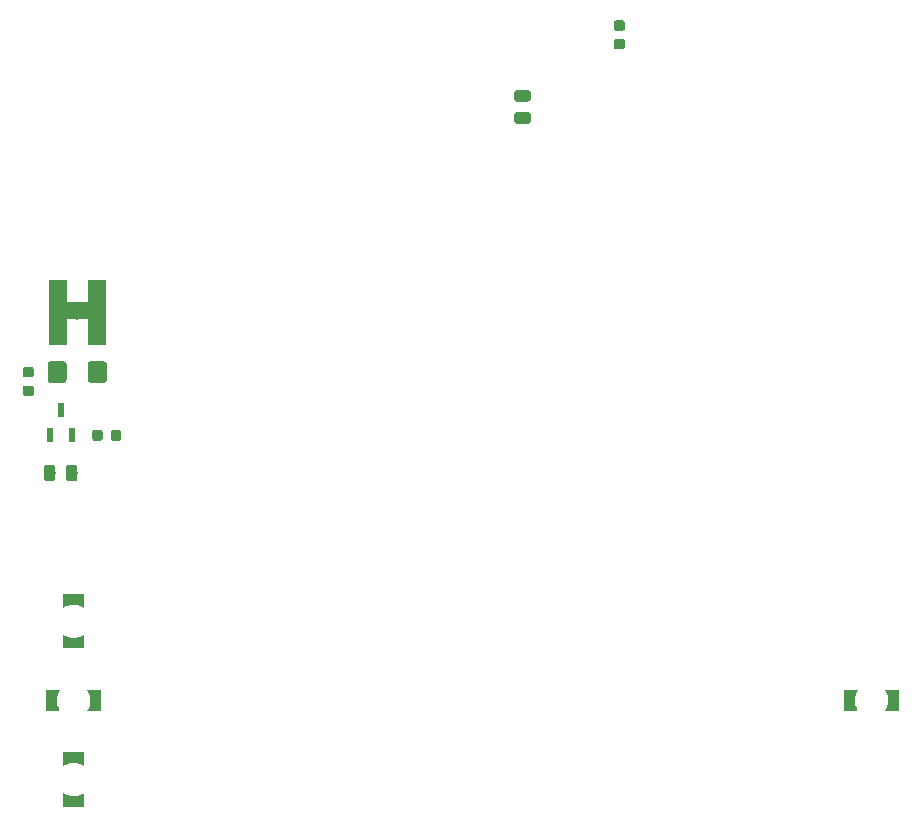
<source format=gbr>
G04 #@! TF.GenerationSoftware,KiCad,Pcbnew,5.1.4-e60b266~84~ubuntu18.04.1*
G04 #@! TF.CreationDate,2019-11-16T17:22:57+03:00*
G04 #@! TF.ProjectId,Dreamstalker-PRO-v1,44726561-6d73-4746-916c-6b65722d5052,v1.0*
G04 #@! TF.SameCoordinates,Original*
G04 #@! TF.FileFunction,Paste,Top*
G04 #@! TF.FilePolarity,Positive*
%FSLAX46Y46*%
G04 Gerber Fmt 4.6, Leading zero omitted, Abs format (unit mm)*
G04 Created by KiCad (PCBNEW 5.1.4-e60b266~84~ubuntu18.04.1) date 2019-11-16 17:22:57*
%MOMM*%
%LPD*%
G04 APERTURE LIST*
%ADD10C,0.100000*%
%ADD11C,0.875000*%
%ADD12C,1.500000*%
%ADD13C,1.600000*%
%ADD14C,0.700000*%
%ADD15C,0.975000*%
%ADD16R,0.600000X1.300000*%
G04 APERTURE END LIST*
D10*
G36*
X91627691Y-83701053D02*
G01*
X91648926Y-83704203D01*
X91669750Y-83709419D01*
X91689962Y-83716651D01*
X91709368Y-83725830D01*
X91727781Y-83736866D01*
X91745024Y-83749654D01*
X91760930Y-83764070D01*
X91775346Y-83779976D01*
X91788134Y-83797219D01*
X91799170Y-83815632D01*
X91808349Y-83835038D01*
X91815581Y-83855250D01*
X91820797Y-83876074D01*
X91823947Y-83897309D01*
X91825000Y-83918750D01*
X91825000Y-84356250D01*
X91823947Y-84377691D01*
X91820797Y-84398926D01*
X91815581Y-84419750D01*
X91808349Y-84439962D01*
X91799170Y-84459368D01*
X91788134Y-84477781D01*
X91775346Y-84495024D01*
X91760930Y-84510930D01*
X91745024Y-84525346D01*
X91727781Y-84538134D01*
X91709368Y-84549170D01*
X91689962Y-84558349D01*
X91669750Y-84565581D01*
X91648926Y-84570797D01*
X91627691Y-84573947D01*
X91606250Y-84575000D01*
X91093750Y-84575000D01*
X91072309Y-84573947D01*
X91051074Y-84570797D01*
X91030250Y-84565581D01*
X91010038Y-84558349D01*
X90990632Y-84549170D01*
X90972219Y-84538134D01*
X90954976Y-84525346D01*
X90939070Y-84510930D01*
X90924654Y-84495024D01*
X90911866Y-84477781D01*
X90900830Y-84459368D01*
X90891651Y-84439962D01*
X90884419Y-84419750D01*
X90879203Y-84398926D01*
X90876053Y-84377691D01*
X90875000Y-84356250D01*
X90875000Y-83918750D01*
X90876053Y-83897309D01*
X90879203Y-83876074D01*
X90884419Y-83855250D01*
X90891651Y-83835038D01*
X90900830Y-83815632D01*
X90911866Y-83797219D01*
X90924654Y-83779976D01*
X90939070Y-83764070D01*
X90954976Y-83749654D01*
X90972219Y-83736866D01*
X90990632Y-83725830D01*
X91010038Y-83716651D01*
X91030250Y-83709419D01*
X91051074Y-83704203D01*
X91072309Y-83701053D01*
X91093750Y-83700000D01*
X91606250Y-83700000D01*
X91627691Y-83701053D01*
X91627691Y-83701053D01*
G37*
D11*
X91350000Y-84137500D03*
D10*
G36*
X91627691Y-82126053D02*
G01*
X91648926Y-82129203D01*
X91669750Y-82134419D01*
X91689962Y-82141651D01*
X91709368Y-82150830D01*
X91727781Y-82161866D01*
X91745024Y-82174654D01*
X91760930Y-82189070D01*
X91775346Y-82204976D01*
X91788134Y-82222219D01*
X91799170Y-82240632D01*
X91808349Y-82260038D01*
X91815581Y-82280250D01*
X91820797Y-82301074D01*
X91823947Y-82322309D01*
X91825000Y-82343750D01*
X91825000Y-82781250D01*
X91823947Y-82802691D01*
X91820797Y-82823926D01*
X91815581Y-82844750D01*
X91808349Y-82864962D01*
X91799170Y-82884368D01*
X91788134Y-82902781D01*
X91775346Y-82920024D01*
X91760930Y-82935930D01*
X91745024Y-82950346D01*
X91727781Y-82963134D01*
X91709368Y-82974170D01*
X91689962Y-82983349D01*
X91669750Y-82990581D01*
X91648926Y-82995797D01*
X91627691Y-82998947D01*
X91606250Y-83000000D01*
X91093750Y-83000000D01*
X91072309Y-82998947D01*
X91051074Y-82995797D01*
X91030250Y-82990581D01*
X91010038Y-82983349D01*
X90990632Y-82974170D01*
X90972219Y-82963134D01*
X90954976Y-82950346D01*
X90939070Y-82935930D01*
X90924654Y-82920024D01*
X90911866Y-82902781D01*
X90900830Y-82884368D01*
X90891651Y-82864962D01*
X90884419Y-82844750D01*
X90879203Y-82823926D01*
X90876053Y-82802691D01*
X90875000Y-82781250D01*
X90875000Y-82343750D01*
X90876053Y-82322309D01*
X90879203Y-82301074D01*
X90884419Y-82280250D01*
X90891651Y-82260038D01*
X90900830Y-82240632D01*
X90911866Y-82222219D01*
X90924654Y-82204976D01*
X90939070Y-82189070D01*
X90954976Y-82174654D01*
X90972219Y-82161866D01*
X90990632Y-82150830D01*
X91010038Y-82141651D01*
X91030250Y-82134419D01*
X91051074Y-82129203D01*
X91072309Y-82126053D01*
X91093750Y-82125000D01*
X91606250Y-82125000D01*
X91627691Y-82126053D01*
X91627691Y-82126053D01*
G37*
D11*
X91350000Y-82562500D03*
D12*
X95500000Y-77350000D03*
D10*
G36*
X93095096Y-74799025D02*
G01*
X93095381Y-74798087D01*
X93095843Y-74797222D01*
X93096464Y-74796464D01*
X93097222Y-74795843D01*
X93098087Y-74795381D01*
X93099025Y-74795096D01*
X93100000Y-74795000D01*
X94600000Y-74795000D01*
X94600975Y-74795096D01*
X94601913Y-74795381D01*
X94602778Y-74795843D01*
X94603536Y-74796464D01*
X94604157Y-74797222D01*
X94604619Y-74798087D01*
X94604904Y-74799025D01*
X94605000Y-74800000D01*
X94605000Y-76600000D01*
X96395000Y-76600000D01*
X96395000Y-74800000D01*
X96395096Y-74799025D01*
X96395381Y-74798087D01*
X96395843Y-74797222D01*
X96396464Y-74796464D01*
X96397222Y-74795843D01*
X96398087Y-74795381D01*
X96399025Y-74795096D01*
X96400000Y-74795000D01*
X97900000Y-74795000D01*
X97900975Y-74795096D01*
X97901913Y-74795381D01*
X97902778Y-74795843D01*
X97903536Y-74796464D01*
X97904157Y-74797222D01*
X97904619Y-74798087D01*
X97904904Y-74799025D01*
X97905000Y-74800000D01*
X97905000Y-80300000D01*
X97904904Y-80300975D01*
X97904619Y-80301913D01*
X97904157Y-80302778D01*
X97903536Y-80303536D01*
X97902778Y-80304157D01*
X97901913Y-80304619D01*
X97900975Y-80304904D01*
X97900000Y-80305000D01*
X96400000Y-80305000D01*
X96399025Y-80304904D01*
X96398087Y-80304619D01*
X96397222Y-80304157D01*
X96396464Y-80303536D01*
X96395843Y-80302778D01*
X96395381Y-80301913D01*
X96395096Y-80300975D01*
X96395000Y-80300000D01*
X96395000Y-78100000D01*
X94605000Y-78100000D01*
X94605000Y-80300000D01*
X94604904Y-80300975D01*
X94604619Y-80301913D01*
X94604157Y-80302778D01*
X94603536Y-80303536D01*
X94602778Y-80304157D01*
X94601913Y-80304619D01*
X94600975Y-80304904D01*
X94600000Y-80305000D01*
X93100000Y-80305000D01*
X93099025Y-80304904D01*
X93098087Y-80304619D01*
X93097222Y-80304157D01*
X93096464Y-80303536D01*
X93095843Y-80302778D01*
X93095381Y-80301913D01*
X93095096Y-80300975D01*
X93095000Y-80300000D01*
X93095000Y-74800000D01*
X93095096Y-74799025D01*
X93095096Y-74799025D01*
G37*
G36*
X94383524Y-81651156D02*
G01*
X94406822Y-81654612D01*
X94429668Y-81660334D01*
X94451844Y-81668269D01*
X94473135Y-81678339D01*
X94493337Y-81690447D01*
X94512254Y-81704477D01*
X94529706Y-81720294D01*
X94545523Y-81737746D01*
X94559553Y-81756663D01*
X94571661Y-81776865D01*
X94581731Y-81798156D01*
X94589666Y-81820332D01*
X94595388Y-81843178D01*
X94598844Y-81866476D01*
X94600000Y-81890000D01*
X94600000Y-83210000D01*
X94598844Y-83233524D01*
X94595388Y-83256822D01*
X94589666Y-83279668D01*
X94581731Y-83301844D01*
X94571661Y-83323135D01*
X94559553Y-83343337D01*
X94545523Y-83362254D01*
X94529706Y-83379706D01*
X94512254Y-83395523D01*
X94493337Y-83409553D01*
X94473135Y-83421661D01*
X94451844Y-83431731D01*
X94429668Y-83439666D01*
X94406822Y-83445388D01*
X94383524Y-83448844D01*
X94360000Y-83450000D01*
X93240000Y-83450000D01*
X93216476Y-83448844D01*
X93193178Y-83445388D01*
X93170332Y-83439666D01*
X93148156Y-83431731D01*
X93126865Y-83421661D01*
X93106663Y-83409553D01*
X93087746Y-83395523D01*
X93070294Y-83379706D01*
X93054477Y-83362254D01*
X93040447Y-83343337D01*
X93028339Y-83323135D01*
X93018269Y-83301844D01*
X93010334Y-83279668D01*
X93004612Y-83256822D01*
X93001156Y-83233524D01*
X93000000Y-83210000D01*
X93000000Y-81890000D01*
X93001156Y-81866476D01*
X93004612Y-81843178D01*
X93010334Y-81820332D01*
X93018269Y-81798156D01*
X93028339Y-81776865D01*
X93040447Y-81756663D01*
X93054477Y-81737746D01*
X93070294Y-81720294D01*
X93087746Y-81704477D01*
X93106663Y-81690447D01*
X93126865Y-81678339D01*
X93148156Y-81668269D01*
X93170332Y-81660334D01*
X93193178Y-81654612D01*
X93216476Y-81651156D01*
X93240000Y-81650000D01*
X94360000Y-81650000D01*
X94383524Y-81651156D01*
X94383524Y-81651156D01*
G37*
D13*
X93800000Y-82550000D03*
D10*
G36*
X97783524Y-81651156D02*
G01*
X97806822Y-81654612D01*
X97829668Y-81660334D01*
X97851844Y-81668269D01*
X97873135Y-81678339D01*
X97893337Y-81690447D01*
X97912254Y-81704477D01*
X97929706Y-81720294D01*
X97945523Y-81737746D01*
X97959553Y-81756663D01*
X97971661Y-81776865D01*
X97981731Y-81798156D01*
X97989666Y-81820332D01*
X97995388Y-81843178D01*
X97998844Y-81866476D01*
X98000000Y-81890000D01*
X98000000Y-83210000D01*
X97998844Y-83233524D01*
X97995388Y-83256822D01*
X97989666Y-83279668D01*
X97981731Y-83301844D01*
X97971661Y-83323135D01*
X97959553Y-83343337D01*
X97945523Y-83362254D01*
X97929706Y-83379706D01*
X97912254Y-83395523D01*
X97893337Y-83409553D01*
X97873135Y-83421661D01*
X97851844Y-83431731D01*
X97829668Y-83439666D01*
X97806822Y-83445388D01*
X97783524Y-83448844D01*
X97760000Y-83450000D01*
X96640000Y-83450000D01*
X96616476Y-83448844D01*
X96593178Y-83445388D01*
X96570332Y-83439666D01*
X96548156Y-83431731D01*
X96526865Y-83421661D01*
X96506663Y-83409553D01*
X96487746Y-83395523D01*
X96470294Y-83379706D01*
X96454477Y-83362254D01*
X96440447Y-83343337D01*
X96428339Y-83323135D01*
X96418269Y-83301844D01*
X96410334Y-83279668D01*
X96404612Y-83256822D01*
X96401156Y-83233524D01*
X96400000Y-83210000D01*
X96400000Y-81890000D01*
X96401156Y-81866476D01*
X96404612Y-81843178D01*
X96410334Y-81820332D01*
X96418269Y-81798156D01*
X96428339Y-81776865D01*
X96440447Y-81756663D01*
X96454477Y-81737746D01*
X96470294Y-81720294D01*
X96487746Y-81704477D01*
X96506663Y-81690447D01*
X96526865Y-81678339D01*
X96548156Y-81668269D01*
X96570332Y-81660334D01*
X96593178Y-81654612D01*
X96616476Y-81651156D01*
X96640000Y-81650000D01*
X97760000Y-81650000D01*
X97783524Y-81651156D01*
X97783524Y-81651156D01*
G37*
D13*
X97200000Y-82550000D03*
D14*
X95200000Y-118870000D03*
D10*
G36*
X94295096Y-118169025D02*
G01*
X94295381Y-118168087D01*
X94295843Y-118167222D01*
X94296464Y-118166464D01*
X94297222Y-118165843D01*
X94298087Y-118165381D01*
X94299025Y-118165096D01*
X94300000Y-118165000D01*
X94300975Y-118165096D01*
X94301913Y-118165381D01*
X94302906Y-118165931D01*
X94372752Y-118215821D01*
X94422502Y-118245671D01*
X94492362Y-118285591D01*
X94552052Y-118315436D01*
X94601857Y-118335358D01*
X94601970Y-118335404D01*
X94671788Y-118365326D01*
X94761437Y-118395209D01*
X94871115Y-118425121D01*
X94980758Y-118445056D01*
X95060500Y-118455024D01*
X95190000Y-118464986D01*
X95319591Y-118455017D01*
X95429243Y-118445049D01*
X95568782Y-118415147D01*
X95708306Y-118375284D01*
X95867804Y-118305503D01*
X95977405Y-118245720D01*
X96097226Y-118165840D01*
X96098091Y-118165379D01*
X96099030Y-118165095D01*
X96100005Y-118165000D01*
X96100981Y-118165097D01*
X96101918Y-118165383D01*
X96102782Y-118165846D01*
X96103539Y-118166468D01*
X96104160Y-118167226D01*
X96104621Y-118168091D01*
X96104905Y-118169030D01*
X96105000Y-118170000D01*
X96105000Y-119350000D01*
X96104904Y-119350975D01*
X96104619Y-119351913D01*
X96104157Y-119352778D01*
X96103536Y-119353536D01*
X96102778Y-119354157D01*
X96101913Y-119354619D01*
X96100975Y-119354904D01*
X96100000Y-119355000D01*
X94300000Y-119355000D01*
X94299025Y-119354904D01*
X94298087Y-119354619D01*
X94297222Y-119354157D01*
X94296464Y-119353536D01*
X94295843Y-119352778D01*
X94295381Y-119351913D01*
X94295096Y-119350975D01*
X94295000Y-119350000D01*
X94295000Y-118170000D01*
X94295096Y-118169025D01*
X94295096Y-118169025D01*
G37*
D14*
X95200000Y-115230000D03*
D10*
G36*
X94295096Y-114749025D02*
G01*
X94295381Y-114748087D01*
X94295843Y-114747222D01*
X94296464Y-114746464D01*
X94297222Y-114745843D01*
X94298087Y-114745381D01*
X94299025Y-114745096D01*
X94300000Y-114745000D01*
X96100000Y-114745000D01*
X96100975Y-114745096D01*
X96101913Y-114745381D01*
X96102778Y-114745843D01*
X96103536Y-114746464D01*
X96104157Y-114747222D01*
X96104619Y-114748087D01*
X96104904Y-114749025D01*
X96105000Y-114750000D01*
X96105000Y-115930000D01*
X96104904Y-115930975D01*
X96104619Y-115931913D01*
X96104157Y-115932778D01*
X96103536Y-115933536D01*
X96102778Y-115934157D01*
X96101913Y-115934619D01*
X96100975Y-115934904D01*
X96100000Y-115935000D01*
X96099025Y-115934904D01*
X96098087Y-115934619D01*
X96097094Y-115934069D01*
X96027248Y-115884179D01*
X95977498Y-115854329D01*
X95907638Y-115814409D01*
X95847948Y-115784564D01*
X95798143Y-115764642D01*
X95798030Y-115764596D01*
X95728212Y-115734674D01*
X95638563Y-115704791D01*
X95528885Y-115674879D01*
X95419242Y-115654944D01*
X95339500Y-115644976D01*
X95210000Y-115635014D01*
X95080383Y-115644985D01*
X94970757Y-115654951D01*
X94831218Y-115684853D01*
X94691694Y-115724716D01*
X94532196Y-115794497D01*
X94422595Y-115854280D01*
X94302774Y-115934160D01*
X94301909Y-115934621D01*
X94300970Y-115934905D01*
X94299995Y-115935000D01*
X94299019Y-115934903D01*
X94298082Y-115934617D01*
X94297218Y-115934154D01*
X94296461Y-115933532D01*
X94295840Y-115932774D01*
X94295379Y-115931909D01*
X94295095Y-115930970D01*
X94295000Y-115930000D01*
X94295000Y-114750000D01*
X94295096Y-114749025D01*
X94295096Y-114749025D01*
G37*
D14*
X95200000Y-105470000D03*
D10*
G36*
X96104904Y-105950975D02*
G01*
X96104619Y-105951913D01*
X96104157Y-105952778D01*
X96103536Y-105953536D01*
X96102778Y-105954157D01*
X96101913Y-105954619D01*
X96100975Y-105954904D01*
X96100000Y-105955000D01*
X94300000Y-105955000D01*
X94299025Y-105954904D01*
X94298087Y-105954619D01*
X94297222Y-105954157D01*
X94296464Y-105953536D01*
X94295843Y-105952778D01*
X94295381Y-105951913D01*
X94295096Y-105950975D01*
X94295000Y-105950000D01*
X94295000Y-104770000D01*
X94295096Y-104769025D01*
X94295381Y-104768087D01*
X94295843Y-104767222D01*
X94296464Y-104766464D01*
X94297222Y-104765843D01*
X94298087Y-104765381D01*
X94299025Y-104765096D01*
X94300000Y-104765000D01*
X94300975Y-104765096D01*
X94301913Y-104765381D01*
X94302906Y-104765931D01*
X94372752Y-104815821D01*
X94422502Y-104845671D01*
X94492362Y-104885591D01*
X94552052Y-104915436D01*
X94601857Y-104935358D01*
X94601970Y-104935404D01*
X94671788Y-104965326D01*
X94761437Y-104995209D01*
X94871115Y-105025121D01*
X94980758Y-105045056D01*
X95060500Y-105055024D01*
X95190000Y-105064986D01*
X95319617Y-105055015D01*
X95429243Y-105045049D01*
X95568782Y-105015147D01*
X95708306Y-104975284D01*
X95867804Y-104905503D01*
X95977405Y-104845720D01*
X96097226Y-104765840D01*
X96098091Y-104765379D01*
X96099030Y-104765095D01*
X96100005Y-104765000D01*
X96100981Y-104765097D01*
X96101918Y-104765383D01*
X96102782Y-104765846D01*
X96103539Y-104766468D01*
X96104160Y-104767226D01*
X96104621Y-104768091D01*
X96104905Y-104769030D01*
X96105000Y-104770000D01*
X96105000Y-105950000D01*
X96104904Y-105950975D01*
X96104904Y-105950975D01*
G37*
D14*
X95200000Y-101830000D03*
D10*
G36*
X96104904Y-102530975D02*
G01*
X96104619Y-102531913D01*
X96104157Y-102532778D01*
X96103536Y-102533536D01*
X96102778Y-102534157D01*
X96101913Y-102534619D01*
X96100975Y-102534904D01*
X96100000Y-102535000D01*
X96099025Y-102534904D01*
X96098087Y-102534619D01*
X96097094Y-102534069D01*
X96027248Y-102484179D01*
X95977498Y-102454329D01*
X95907638Y-102414409D01*
X95847948Y-102384564D01*
X95798143Y-102364642D01*
X95798030Y-102364596D01*
X95728212Y-102334674D01*
X95638563Y-102304791D01*
X95528885Y-102274879D01*
X95419242Y-102254944D01*
X95339500Y-102244976D01*
X95210000Y-102235014D01*
X95080409Y-102244983D01*
X94970757Y-102254951D01*
X94831218Y-102284853D01*
X94691694Y-102324716D01*
X94532196Y-102394497D01*
X94422595Y-102454280D01*
X94302774Y-102534160D01*
X94301909Y-102534621D01*
X94300970Y-102534905D01*
X94299995Y-102535000D01*
X94299019Y-102534903D01*
X94298082Y-102534617D01*
X94297218Y-102534154D01*
X94296461Y-102533532D01*
X94295840Y-102532774D01*
X94295379Y-102531909D01*
X94295095Y-102530970D01*
X94295000Y-102530000D01*
X94295000Y-101350000D01*
X94295096Y-101349025D01*
X94295381Y-101348087D01*
X94295843Y-101347222D01*
X94296464Y-101346464D01*
X94297222Y-101345843D01*
X94298087Y-101345381D01*
X94299025Y-101345096D01*
X94300000Y-101345000D01*
X96100000Y-101345000D01*
X96100975Y-101345096D01*
X96101913Y-101345381D01*
X96102778Y-101345843D01*
X96103536Y-101346464D01*
X96104157Y-101347222D01*
X96104619Y-101348087D01*
X96104904Y-101349025D01*
X96105000Y-101350000D01*
X96105000Y-102530000D01*
X96104904Y-102530975D01*
X96104904Y-102530975D01*
G37*
D14*
X93380000Y-110350000D03*
D10*
G36*
X92899025Y-111254904D02*
G01*
X92898087Y-111254619D01*
X92897222Y-111254157D01*
X92896464Y-111253536D01*
X92895843Y-111252778D01*
X92895381Y-111251913D01*
X92895096Y-111250975D01*
X92895000Y-111250000D01*
X92895000Y-109450000D01*
X92895096Y-109449025D01*
X92895381Y-109448087D01*
X92895843Y-109447222D01*
X92896464Y-109446464D01*
X92897222Y-109445843D01*
X92898087Y-109445381D01*
X92899025Y-109445096D01*
X92900000Y-109445000D01*
X94080000Y-109445000D01*
X94080975Y-109445096D01*
X94081913Y-109445381D01*
X94082778Y-109445843D01*
X94083536Y-109446464D01*
X94084157Y-109447222D01*
X94084619Y-109448087D01*
X94084904Y-109449025D01*
X94085000Y-109450000D01*
X94084904Y-109450975D01*
X94084619Y-109451913D01*
X94084069Y-109452906D01*
X94034179Y-109522752D01*
X94004329Y-109572502D01*
X93964409Y-109642362D01*
X93934564Y-109702052D01*
X93914642Y-109751857D01*
X93914596Y-109751970D01*
X93884674Y-109821788D01*
X93854791Y-109911437D01*
X93824879Y-110021115D01*
X93804944Y-110130758D01*
X93794976Y-110210500D01*
X93785014Y-110340000D01*
X93794985Y-110469617D01*
X93804951Y-110579243D01*
X93834853Y-110718782D01*
X93874716Y-110858306D01*
X93944497Y-111017804D01*
X94004280Y-111127405D01*
X94084160Y-111247226D01*
X94084621Y-111248091D01*
X94084905Y-111249030D01*
X94085000Y-111250005D01*
X94084903Y-111250981D01*
X94084617Y-111251918D01*
X94084154Y-111252782D01*
X94083532Y-111253539D01*
X94082774Y-111254160D01*
X94081909Y-111254621D01*
X94080970Y-111254905D01*
X94080000Y-111255000D01*
X92900000Y-111255000D01*
X92899025Y-111254904D01*
X92899025Y-111254904D01*
G37*
D14*
X97020000Y-110350000D03*
D10*
G36*
X96319025Y-111254904D02*
G01*
X96318087Y-111254619D01*
X96317222Y-111254157D01*
X96316464Y-111253536D01*
X96315843Y-111252778D01*
X96315381Y-111251913D01*
X96315096Y-111250975D01*
X96315000Y-111250000D01*
X96315096Y-111249025D01*
X96315381Y-111248087D01*
X96315931Y-111247094D01*
X96365821Y-111177248D01*
X96395671Y-111127498D01*
X96435591Y-111057638D01*
X96465436Y-110997948D01*
X96485358Y-110948143D01*
X96485404Y-110948030D01*
X96515326Y-110878212D01*
X96545209Y-110788563D01*
X96575121Y-110678885D01*
X96595056Y-110569242D01*
X96605024Y-110489500D01*
X96614986Y-110360000D01*
X96605017Y-110230409D01*
X96595049Y-110120757D01*
X96565147Y-109981218D01*
X96525284Y-109841694D01*
X96455503Y-109682196D01*
X96395720Y-109572595D01*
X96315840Y-109452774D01*
X96315379Y-109451909D01*
X96315095Y-109450970D01*
X96315000Y-109449995D01*
X96315097Y-109449019D01*
X96315383Y-109448082D01*
X96315846Y-109447218D01*
X96316468Y-109446461D01*
X96317226Y-109445840D01*
X96318091Y-109445379D01*
X96319030Y-109445095D01*
X96320000Y-109445000D01*
X97500000Y-109445000D01*
X97500975Y-109445096D01*
X97501913Y-109445381D01*
X97502778Y-109445843D01*
X97503536Y-109446464D01*
X97504157Y-109447222D01*
X97504619Y-109448087D01*
X97504904Y-109449025D01*
X97505000Y-109450000D01*
X97505000Y-111250000D01*
X97504904Y-111250975D01*
X97504619Y-111251913D01*
X97504157Y-111252778D01*
X97503536Y-111253536D01*
X97502778Y-111254157D01*
X97501913Y-111254619D01*
X97500975Y-111254904D01*
X97500000Y-111255000D01*
X96320000Y-111255000D01*
X96319025Y-111254904D01*
X96319025Y-111254904D01*
G37*
D14*
X164570000Y-110350000D03*
D10*
G36*
X165050975Y-109445096D02*
G01*
X165051913Y-109445381D01*
X165052778Y-109445843D01*
X165053536Y-109446464D01*
X165054157Y-109447222D01*
X165054619Y-109448087D01*
X165054904Y-109449025D01*
X165055000Y-109450000D01*
X165055000Y-111250000D01*
X165054904Y-111250975D01*
X165054619Y-111251913D01*
X165054157Y-111252778D01*
X165053536Y-111253536D01*
X165052778Y-111254157D01*
X165051913Y-111254619D01*
X165050975Y-111254904D01*
X165050000Y-111255000D01*
X163870000Y-111255000D01*
X163869025Y-111254904D01*
X163868087Y-111254619D01*
X163867222Y-111254157D01*
X163866464Y-111253536D01*
X163865843Y-111252778D01*
X163865381Y-111251913D01*
X163865096Y-111250975D01*
X163865000Y-111250000D01*
X163865096Y-111249025D01*
X163865381Y-111248087D01*
X163865931Y-111247094D01*
X163915821Y-111177248D01*
X163945671Y-111127498D01*
X163985591Y-111057638D01*
X164015436Y-110997948D01*
X164035358Y-110948143D01*
X164035404Y-110948030D01*
X164065326Y-110878212D01*
X164095209Y-110788563D01*
X164125121Y-110678885D01*
X164145056Y-110569242D01*
X164155024Y-110489500D01*
X164164986Y-110360000D01*
X164155015Y-110230383D01*
X164145049Y-110120757D01*
X164115147Y-109981218D01*
X164075284Y-109841694D01*
X164005503Y-109682196D01*
X163945720Y-109572595D01*
X163865840Y-109452774D01*
X163865379Y-109451909D01*
X163865095Y-109450970D01*
X163865000Y-109449995D01*
X163865097Y-109449019D01*
X163865383Y-109448082D01*
X163865846Y-109447218D01*
X163866468Y-109446461D01*
X163867226Y-109445840D01*
X163868091Y-109445379D01*
X163869030Y-109445095D01*
X163870000Y-109445000D01*
X165050000Y-109445000D01*
X165050975Y-109445096D01*
X165050975Y-109445096D01*
G37*
D14*
X160930000Y-110350000D03*
D10*
G36*
X161630975Y-109445096D02*
G01*
X161631913Y-109445381D01*
X161632778Y-109445843D01*
X161633536Y-109446464D01*
X161634157Y-109447222D01*
X161634619Y-109448087D01*
X161634904Y-109449025D01*
X161635000Y-109450000D01*
X161634904Y-109450975D01*
X161634619Y-109451913D01*
X161634069Y-109452906D01*
X161584179Y-109522752D01*
X161554329Y-109572502D01*
X161514409Y-109642362D01*
X161484564Y-109702052D01*
X161464642Y-109751857D01*
X161464596Y-109751970D01*
X161434674Y-109821788D01*
X161404791Y-109911437D01*
X161374879Y-110021115D01*
X161354944Y-110130758D01*
X161344976Y-110210500D01*
X161335014Y-110340000D01*
X161344983Y-110469591D01*
X161354951Y-110579243D01*
X161384853Y-110718782D01*
X161424716Y-110858306D01*
X161494497Y-111017804D01*
X161554280Y-111127405D01*
X161634160Y-111247226D01*
X161634621Y-111248091D01*
X161634905Y-111249030D01*
X161635000Y-111250005D01*
X161634903Y-111250981D01*
X161634617Y-111251918D01*
X161634154Y-111252782D01*
X161633532Y-111253539D01*
X161632774Y-111254160D01*
X161631909Y-111254621D01*
X161630970Y-111254905D01*
X161630000Y-111255000D01*
X160450000Y-111255000D01*
X160449025Y-111254904D01*
X160448087Y-111254619D01*
X160447222Y-111254157D01*
X160446464Y-111253536D01*
X160445843Y-111252778D01*
X160445381Y-111251913D01*
X160445096Y-111250975D01*
X160445000Y-111250000D01*
X160445000Y-109450000D01*
X160445096Y-109449025D01*
X160445381Y-109448087D01*
X160445843Y-109447222D01*
X160446464Y-109446464D01*
X160447222Y-109445843D01*
X160448087Y-109445381D01*
X160449025Y-109445096D01*
X160450000Y-109445000D01*
X161630000Y-109445000D01*
X161630975Y-109445096D01*
X161630975Y-109445096D01*
G37*
G36*
X141677691Y-54351053D02*
G01*
X141698926Y-54354203D01*
X141719750Y-54359419D01*
X141739962Y-54366651D01*
X141759368Y-54375830D01*
X141777781Y-54386866D01*
X141795024Y-54399654D01*
X141810930Y-54414070D01*
X141825346Y-54429976D01*
X141838134Y-54447219D01*
X141849170Y-54465632D01*
X141858349Y-54485038D01*
X141865581Y-54505250D01*
X141870797Y-54526074D01*
X141873947Y-54547309D01*
X141875000Y-54568750D01*
X141875000Y-55006250D01*
X141873947Y-55027691D01*
X141870797Y-55048926D01*
X141865581Y-55069750D01*
X141858349Y-55089962D01*
X141849170Y-55109368D01*
X141838134Y-55127781D01*
X141825346Y-55145024D01*
X141810930Y-55160930D01*
X141795024Y-55175346D01*
X141777781Y-55188134D01*
X141759368Y-55199170D01*
X141739962Y-55208349D01*
X141719750Y-55215581D01*
X141698926Y-55220797D01*
X141677691Y-55223947D01*
X141656250Y-55225000D01*
X141143750Y-55225000D01*
X141122309Y-55223947D01*
X141101074Y-55220797D01*
X141080250Y-55215581D01*
X141060038Y-55208349D01*
X141040632Y-55199170D01*
X141022219Y-55188134D01*
X141004976Y-55175346D01*
X140989070Y-55160930D01*
X140974654Y-55145024D01*
X140961866Y-55127781D01*
X140950830Y-55109368D01*
X140941651Y-55089962D01*
X140934419Y-55069750D01*
X140929203Y-55048926D01*
X140926053Y-55027691D01*
X140925000Y-55006250D01*
X140925000Y-54568750D01*
X140926053Y-54547309D01*
X140929203Y-54526074D01*
X140934419Y-54505250D01*
X140941651Y-54485038D01*
X140950830Y-54465632D01*
X140961866Y-54447219D01*
X140974654Y-54429976D01*
X140989070Y-54414070D01*
X141004976Y-54399654D01*
X141022219Y-54386866D01*
X141040632Y-54375830D01*
X141060038Y-54366651D01*
X141080250Y-54359419D01*
X141101074Y-54354203D01*
X141122309Y-54351053D01*
X141143750Y-54350000D01*
X141656250Y-54350000D01*
X141677691Y-54351053D01*
X141677691Y-54351053D01*
G37*
D11*
X141400000Y-54787500D03*
D10*
G36*
X141677691Y-52776053D02*
G01*
X141698926Y-52779203D01*
X141719750Y-52784419D01*
X141739962Y-52791651D01*
X141759368Y-52800830D01*
X141777781Y-52811866D01*
X141795024Y-52824654D01*
X141810930Y-52839070D01*
X141825346Y-52854976D01*
X141838134Y-52872219D01*
X141849170Y-52890632D01*
X141858349Y-52910038D01*
X141865581Y-52930250D01*
X141870797Y-52951074D01*
X141873947Y-52972309D01*
X141875000Y-52993750D01*
X141875000Y-53431250D01*
X141873947Y-53452691D01*
X141870797Y-53473926D01*
X141865581Y-53494750D01*
X141858349Y-53514962D01*
X141849170Y-53534368D01*
X141838134Y-53552781D01*
X141825346Y-53570024D01*
X141810930Y-53585930D01*
X141795024Y-53600346D01*
X141777781Y-53613134D01*
X141759368Y-53624170D01*
X141739962Y-53633349D01*
X141719750Y-53640581D01*
X141698926Y-53645797D01*
X141677691Y-53648947D01*
X141656250Y-53650000D01*
X141143750Y-53650000D01*
X141122309Y-53648947D01*
X141101074Y-53645797D01*
X141080250Y-53640581D01*
X141060038Y-53633349D01*
X141040632Y-53624170D01*
X141022219Y-53613134D01*
X141004976Y-53600346D01*
X140989070Y-53585930D01*
X140974654Y-53570024D01*
X140961866Y-53552781D01*
X140950830Y-53534368D01*
X140941651Y-53514962D01*
X140934419Y-53494750D01*
X140929203Y-53473926D01*
X140926053Y-53452691D01*
X140925000Y-53431250D01*
X140925000Y-52993750D01*
X140926053Y-52972309D01*
X140929203Y-52951074D01*
X140934419Y-52930250D01*
X140941651Y-52910038D01*
X140950830Y-52890632D01*
X140961866Y-52872219D01*
X140974654Y-52854976D01*
X140989070Y-52839070D01*
X141004976Y-52824654D01*
X141022219Y-52811866D01*
X141040632Y-52800830D01*
X141060038Y-52791651D01*
X141080250Y-52784419D01*
X141101074Y-52779203D01*
X141122309Y-52776053D01*
X141143750Y-52775000D01*
X141656250Y-52775000D01*
X141677691Y-52776053D01*
X141677691Y-52776053D01*
G37*
D11*
X141400000Y-53212500D03*
D10*
G36*
X95305142Y-90401174D02*
G01*
X95328803Y-90404684D01*
X95352007Y-90410496D01*
X95374529Y-90418554D01*
X95396153Y-90428782D01*
X95416670Y-90441079D01*
X95435883Y-90455329D01*
X95453607Y-90471393D01*
X95469671Y-90489117D01*
X95483921Y-90508330D01*
X95496218Y-90528847D01*
X95506446Y-90550471D01*
X95514504Y-90572993D01*
X95520316Y-90596197D01*
X95523826Y-90619858D01*
X95525000Y-90643750D01*
X95525000Y-91556250D01*
X95523826Y-91580142D01*
X95520316Y-91603803D01*
X95514504Y-91627007D01*
X95506446Y-91649529D01*
X95496218Y-91671153D01*
X95483921Y-91691670D01*
X95469671Y-91710883D01*
X95453607Y-91728607D01*
X95435883Y-91744671D01*
X95416670Y-91758921D01*
X95396153Y-91771218D01*
X95374529Y-91781446D01*
X95352007Y-91789504D01*
X95328803Y-91795316D01*
X95305142Y-91798826D01*
X95281250Y-91800000D01*
X94793750Y-91800000D01*
X94769858Y-91798826D01*
X94746197Y-91795316D01*
X94722993Y-91789504D01*
X94700471Y-91781446D01*
X94678847Y-91771218D01*
X94658330Y-91758921D01*
X94639117Y-91744671D01*
X94621393Y-91728607D01*
X94605329Y-91710883D01*
X94591079Y-91691670D01*
X94578782Y-91671153D01*
X94568554Y-91649529D01*
X94560496Y-91627007D01*
X94554684Y-91603803D01*
X94551174Y-91580142D01*
X94550000Y-91556250D01*
X94550000Y-90643750D01*
X94551174Y-90619858D01*
X94554684Y-90596197D01*
X94560496Y-90572993D01*
X94568554Y-90550471D01*
X94578782Y-90528847D01*
X94591079Y-90508330D01*
X94605329Y-90489117D01*
X94621393Y-90471393D01*
X94639117Y-90455329D01*
X94658330Y-90441079D01*
X94678847Y-90428782D01*
X94700471Y-90418554D01*
X94722993Y-90410496D01*
X94746197Y-90404684D01*
X94769858Y-90401174D01*
X94793750Y-90400000D01*
X95281250Y-90400000D01*
X95305142Y-90401174D01*
X95305142Y-90401174D01*
G37*
D15*
X95037500Y-91100000D03*
D10*
G36*
X93430142Y-90401174D02*
G01*
X93453803Y-90404684D01*
X93477007Y-90410496D01*
X93499529Y-90418554D01*
X93521153Y-90428782D01*
X93541670Y-90441079D01*
X93560883Y-90455329D01*
X93578607Y-90471393D01*
X93594671Y-90489117D01*
X93608921Y-90508330D01*
X93621218Y-90528847D01*
X93631446Y-90550471D01*
X93639504Y-90572993D01*
X93645316Y-90596197D01*
X93648826Y-90619858D01*
X93650000Y-90643750D01*
X93650000Y-91556250D01*
X93648826Y-91580142D01*
X93645316Y-91603803D01*
X93639504Y-91627007D01*
X93631446Y-91649529D01*
X93621218Y-91671153D01*
X93608921Y-91691670D01*
X93594671Y-91710883D01*
X93578607Y-91728607D01*
X93560883Y-91744671D01*
X93541670Y-91758921D01*
X93521153Y-91771218D01*
X93499529Y-91781446D01*
X93477007Y-91789504D01*
X93453803Y-91795316D01*
X93430142Y-91798826D01*
X93406250Y-91800000D01*
X92918750Y-91800000D01*
X92894858Y-91798826D01*
X92871197Y-91795316D01*
X92847993Y-91789504D01*
X92825471Y-91781446D01*
X92803847Y-91771218D01*
X92783330Y-91758921D01*
X92764117Y-91744671D01*
X92746393Y-91728607D01*
X92730329Y-91710883D01*
X92716079Y-91691670D01*
X92703782Y-91671153D01*
X92693554Y-91649529D01*
X92685496Y-91627007D01*
X92679684Y-91603803D01*
X92676174Y-91580142D01*
X92675000Y-91556250D01*
X92675000Y-90643750D01*
X92676174Y-90619858D01*
X92679684Y-90596197D01*
X92685496Y-90572993D01*
X92693554Y-90550471D01*
X92703782Y-90528847D01*
X92716079Y-90508330D01*
X92730329Y-90489117D01*
X92746393Y-90471393D01*
X92764117Y-90455329D01*
X92783330Y-90441079D01*
X92803847Y-90428782D01*
X92825471Y-90418554D01*
X92847993Y-90410496D01*
X92871197Y-90404684D01*
X92894858Y-90401174D01*
X92918750Y-90400000D01*
X93406250Y-90400000D01*
X93430142Y-90401174D01*
X93430142Y-90401174D01*
G37*
D15*
X93162500Y-91100000D03*
D10*
G36*
X133680142Y-60551174D02*
G01*
X133703803Y-60554684D01*
X133727007Y-60560496D01*
X133749529Y-60568554D01*
X133771153Y-60578782D01*
X133791670Y-60591079D01*
X133810883Y-60605329D01*
X133828607Y-60621393D01*
X133844671Y-60639117D01*
X133858921Y-60658330D01*
X133871218Y-60678847D01*
X133881446Y-60700471D01*
X133889504Y-60722993D01*
X133895316Y-60746197D01*
X133898826Y-60769858D01*
X133900000Y-60793750D01*
X133900000Y-61281250D01*
X133898826Y-61305142D01*
X133895316Y-61328803D01*
X133889504Y-61352007D01*
X133881446Y-61374529D01*
X133871218Y-61396153D01*
X133858921Y-61416670D01*
X133844671Y-61435883D01*
X133828607Y-61453607D01*
X133810883Y-61469671D01*
X133791670Y-61483921D01*
X133771153Y-61496218D01*
X133749529Y-61506446D01*
X133727007Y-61514504D01*
X133703803Y-61520316D01*
X133680142Y-61523826D01*
X133656250Y-61525000D01*
X132743750Y-61525000D01*
X132719858Y-61523826D01*
X132696197Y-61520316D01*
X132672993Y-61514504D01*
X132650471Y-61506446D01*
X132628847Y-61496218D01*
X132608330Y-61483921D01*
X132589117Y-61469671D01*
X132571393Y-61453607D01*
X132555329Y-61435883D01*
X132541079Y-61416670D01*
X132528782Y-61396153D01*
X132518554Y-61374529D01*
X132510496Y-61352007D01*
X132504684Y-61328803D01*
X132501174Y-61305142D01*
X132500000Y-61281250D01*
X132500000Y-60793750D01*
X132501174Y-60769858D01*
X132504684Y-60746197D01*
X132510496Y-60722993D01*
X132518554Y-60700471D01*
X132528782Y-60678847D01*
X132541079Y-60658330D01*
X132555329Y-60639117D01*
X132571393Y-60621393D01*
X132589117Y-60605329D01*
X132608330Y-60591079D01*
X132628847Y-60578782D01*
X132650471Y-60568554D01*
X132672993Y-60560496D01*
X132696197Y-60554684D01*
X132719858Y-60551174D01*
X132743750Y-60550000D01*
X133656250Y-60550000D01*
X133680142Y-60551174D01*
X133680142Y-60551174D01*
G37*
D15*
X133200000Y-61037500D03*
D10*
G36*
X133680142Y-58676174D02*
G01*
X133703803Y-58679684D01*
X133727007Y-58685496D01*
X133749529Y-58693554D01*
X133771153Y-58703782D01*
X133791670Y-58716079D01*
X133810883Y-58730329D01*
X133828607Y-58746393D01*
X133844671Y-58764117D01*
X133858921Y-58783330D01*
X133871218Y-58803847D01*
X133881446Y-58825471D01*
X133889504Y-58847993D01*
X133895316Y-58871197D01*
X133898826Y-58894858D01*
X133900000Y-58918750D01*
X133900000Y-59406250D01*
X133898826Y-59430142D01*
X133895316Y-59453803D01*
X133889504Y-59477007D01*
X133881446Y-59499529D01*
X133871218Y-59521153D01*
X133858921Y-59541670D01*
X133844671Y-59560883D01*
X133828607Y-59578607D01*
X133810883Y-59594671D01*
X133791670Y-59608921D01*
X133771153Y-59621218D01*
X133749529Y-59631446D01*
X133727007Y-59639504D01*
X133703803Y-59645316D01*
X133680142Y-59648826D01*
X133656250Y-59650000D01*
X132743750Y-59650000D01*
X132719858Y-59648826D01*
X132696197Y-59645316D01*
X132672993Y-59639504D01*
X132650471Y-59631446D01*
X132628847Y-59621218D01*
X132608330Y-59608921D01*
X132589117Y-59594671D01*
X132571393Y-59578607D01*
X132555329Y-59560883D01*
X132541079Y-59541670D01*
X132528782Y-59521153D01*
X132518554Y-59499529D01*
X132510496Y-59477007D01*
X132504684Y-59453803D01*
X132501174Y-59430142D01*
X132500000Y-59406250D01*
X132500000Y-58918750D01*
X132501174Y-58894858D01*
X132504684Y-58871197D01*
X132510496Y-58847993D01*
X132518554Y-58825471D01*
X132528782Y-58803847D01*
X132541079Y-58783330D01*
X132555329Y-58764117D01*
X132571393Y-58746393D01*
X132589117Y-58730329D01*
X132608330Y-58716079D01*
X132628847Y-58703782D01*
X132650471Y-58693554D01*
X132672993Y-58685496D01*
X132696197Y-58679684D01*
X132719858Y-58676174D01*
X132743750Y-58675000D01*
X133656250Y-58675000D01*
X133680142Y-58676174D01*
X133680142Y-58676174D01*
G37*
D15*
X133200000Y-59162500D03*
D10*
G36*
X97452691Y-87426053D02*
G01*
X97473926Y-87429203D01*
X97494750Y-87434419D01*
X97514962Y-87441651D01*
X97534368Y-87450830D01*
X97552781Y-87461866D01*
X97570024Y-87474654D01*
X97585930Y-87489070D01*
X97600346Y-87504976D01*
X97613134Y-87522219D01*
X97624170Y-87540632D01*
X97633349Y-87560038D01*
X97640581Y-87580250D01*
X97645797Y-87601074D01*
X97648947Y-87622309D01*
X97650000Y-87643750D01*
X97650000Y-88156250D01*
X97648947Y-88177691D01*
X97645797Y-88198926D01*
X97640581Y-88219750D01*
X97633349Y-88239962D01*
X97624170Y-88259368D01*
X97613134Y-88277781D01*
X97600346Y-88295024D01*
X97585930Y-88310930D01*
X97570024Y-88325346D01*
X97552781Y-88338134D01*
X97534368Y-88349170D01*
X97514962Y-88358349D01*
X97494750Y-88365581D01*
X97473926Y-88370797D01*
X97452691Y-88373947D01*
X97431250Y-88375000D01*
X96993750Y-88375000D01*
X96972309Y-88373947D01*
X96951074Y-88370797D01*
X96930250Y-88365581D01*
X96910038Y-88358349D01*
X96890632Y-88349170D01*
X96872219Y-88338134D01*
X96854976Y-88325346D01*
X96839070Y-88310930D01*
X96824654Y-88295024D01*
X96811866Y-88277781D01*
X96800830Y-88259368D01*
X96791651Y-88239962D01*
X96784419Y-88219750D01*
X96779203Y-88198926D01*
X96776053Y-88177691D01*
X96775000Y-88156250D01*
X96775000Y-87643750D01*
X96776053Y-87622309D01*
X96779203Y-87601074D01*
X96784419Y-87580250D01*
X96791651Y-87560038D01*
X96800830Y-87540632D01*
X96811866Y-87522219D01*
X96824654Y-87504976D01*
X96839070Y-87489070D01*
X96854976Y-87474654D01*
X96872219Y-87461866D01*
X96890632Y-87450830D01*
X96910038Y-87441651D01*
X96930250Y-87434419D01*
X96951074Y-87429203D01*
X96972309Y-87426053D01*
X96993750Y-87425000D01*
X97431250Y-87425000D01*
X97452691Y-87426053D01*
X97452691Y-87426053D01*
G37*
D11*
X97212500Y-87900000D03*
D10*
G36*
X99027691Y-87426053D02*
G01*
X99048926Y-87429203D01*
X99069750Y-87434419D01*
X99089962Y-87441651D01*
X99109368Y-87450830D01*
X99127781Y-87461866D01*
X99145024Y-87474654D01*
X99160930Y-87489070D01*
X99175346Y-87504976D01*
X99188134Y-87522219D01*
X99199170Y-87540632D01*
X99208349Y-87560038D01*
X99215581Y-87580250D01*
X99220797Y-87601074D01*
X99223947Y-87622309D01*
X99225000Y-87643750D01*
X99225000Y-88156250D01*
X99223947Y-88177691D01*
X99220797Y-88198926D01*
X99215581Y-88219750D01*
X99208349Y-88239962D01*
X99199170Y-88259368D01*
X99188134Y-88277781D01*
X99175346Y-88295024D01*
X99160930Y-88310930D01*
X99145024Y-88325346D01*
X99127781Y-88338134D01*
X99109368Y-88349170D01*
X99089962Y-88358349D01*
X99069750Y-88365581D01*
X99048926Y-88370797D01*
X99027691Y-88373947D01*
X99006250Y-88375000D01*
X98568750Y-88375000D01*
X98547309Y-88373947D01*
X98526074Y-88370797D01*
X98505250Y-88365581D01*
X98485038Y-88358349D01*
X98465632Y-88349170D01*
X98447219Y-88338134D01*
X98429976Y-88325346D01*
X98414070Y-88310930D01*
X98399654Y-88295024D01*
X98386866Y-88277781D01*
X98375830Y-88259368D01*
X98366651Y-88239962D01*
X98359419Y-88219750D01*
X98354203Y-88198926D01*
X98351053Y-88177691D01*
X98350000Y-88156250D01*
X98350000Y-87643750D01*
X98351053Y-87622309D01*
X98354203Y-87601074D01*
X98359419Y-87580250D01*
X98366651Y-87560038D01*
X98375830Y-87540632D01*
X98386866Y-87522219D01*
X98399654Y-87504976D01*
X98414070Y-87489070D01*
X98429976Y-87474654D01*
X98447219Y-87461866D01*
X98465632Y-87450830D01*
X98485038Y-87441651D01*
X98505250Y-87434419D01*
X98526074Y-87429203D01*
X98547309Y-87426053D01*
X98568750Y-87425000D01*
X99006250Y-87425000D01*
X99027691Y-87426053D01*
X99027691Y-87426053D01*
G37*
D11*
X98787500Y-87900000D03*
D16*
X93200000Y-87900000D03*
X95100000Y-87900000D03*
X94150000Y-85800000D03*
M02*

</source>
